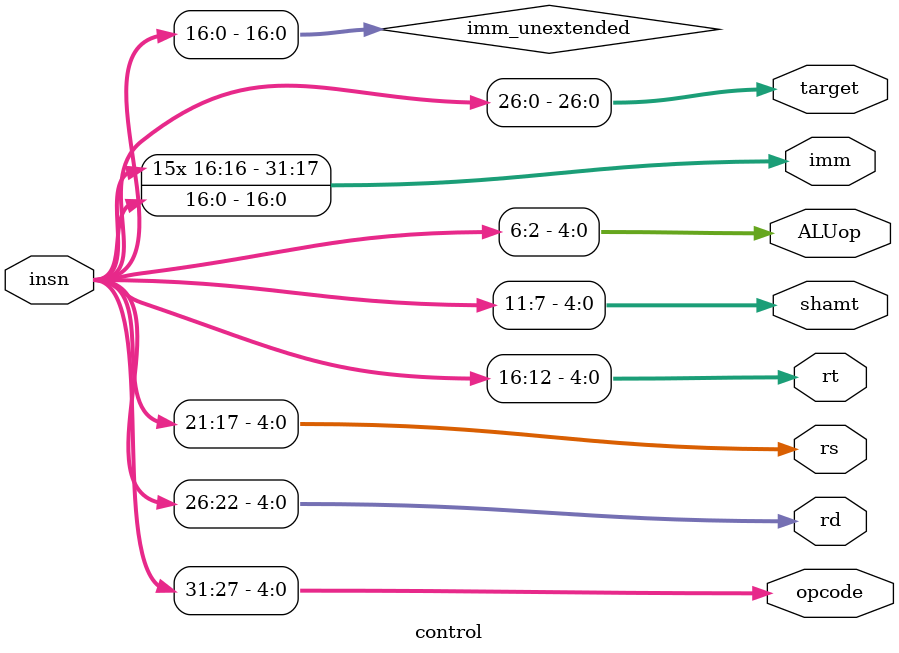
<source format=v>
module control(insn, opcode, rd, rs, rt, shamt, ALUop, imm, target);
// input: instruction
// outputs: a lot
    input [31:0] insn;

    output [4:0] opcode, rd, rs, rt, shamt, ALUop;
    output [31:0] imm;
    output [26:0] target;

    wire [16:0] imm_unextended;
    
    assign opcode = insn[31:27];
    assign rd = insn[26:22];
    assign rs = insn[21:17];
    assign rt = insn[16:12];
    assign shamt = insn[11:7];
    assign ALUop = insn[6:2];

    assign imm_unextended = insn[16:0];

    assign target = insn[26:0];

    assign imm = {{15{imm_unextended[16]}}, {imm_unextended}};


endmodule
</source>
